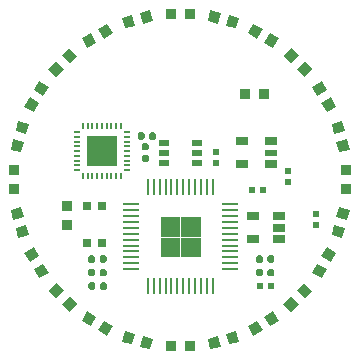
<source format=gbr>
%TF.GenerationSoftware,KiCad,Pcbnew,(5.1.6)-1*%
%TF.CreationDate,2023-04-02T22:45:57-07:00*%
%TF.ProjectId,Watch,57617463-682e-46b6-9963-61645f706362,rev?*%
%TF.SameCoordinates,Original*%
%TF.FileFunction,Paste,Top*%
%TF.FilePolarity,Positive*%
%FSLAX46Y46*%
G04 Gerber Fmt 4.6, Leading zero omitted, Abs format (unit mm)*
G04 Created by KiCad (PCBNEW (5.1.6)-1) date 2023-04-02 22:45:57*
%MOMM*%
%LPD*%
G01*
G04 APERTURE LIST*
%ADD10C,0.100000*%
%ADD11R,0.279400X1.346200*%
%ADD12R,1.346200X0.279400*%
%ADD13R,0.890000X0.550000*%
%ADD14R,0.900000X0.950000*%
%ADD15R,0.950000X0.900000*%
%ADD16R,2.650000X2.650000*%
%ADD17R,0.550000X0.200000*%
%ADD18R,0.200000X0.550000*%
%ADD19R,0.800000X0.800000*%
%ADD20R,1.000000X0.800000*%
%ADD21R,1.000000X0.600000*%
%ADD22R,0.600000X0.620000*%
%ADD23R,0.620000X0.600000*%
%ADD24R,1.060000X0.650000*%
G04 APERTURE END LIST*
D10*
%TO.C,U101*%
G36*
X144177400Y-91438400D02*
G01*
X144177400Y-92991000D01*
X145730000Y-92991000D01*
X145730000Y-91438400D01*
X144177400Y-91438400D01*
G37*
X144177400Y-91438400D02*
X144177400Y-92991000D01*
X145730000Y-92991000D01*
X145730000Y-91438400D01*
X144177400Y-91438400D01*
G36*
X144177400Y-93191000D02*
G01*
X144177400Y-94743600D01*
X145730000Y-94743600D01*
X145730000Y-93191000D01*
X144177400Y-93191000D01*
G37*
X144177400Y-93191000D02*
X144177400Y-94743600D01*
X145730000Y-94743600D01*
X145730000Y-93191000D01*
X144177400Y-93191000D01*
G36*
X145930000Y-91438400D02*
G01*
X145930000Y-92991000D01*
X147482600Y-92991000D01*
X147482600Y-91438400D01*
X145930000Y-91438400D01*
G37*
X145930000Y-91438400D02*
X145930000Y-92991000D01*
X147482600Y-92991000D01*
X147482600Y-91438400D01*
X145930000Y-91438400D01*
G36*
X145930000Y-93191000D02*
G01*
X145930000Y-94743600D01*
X147482600Y-94743600D01*
X147482600Y-93191000D01*
X145930000Y-93191000D01*
G37*
X145930000Y-93191000D02*
X145930000Y-94743600D01*
X147482600Y-94743600D01*
X147482600Y-93191000D01*
X145930000Y-93191000D01*
%TD*%
%TO.C,LED211*%
G36*
X149930785Y-102217043D02*
G01*
X149684907Y-101299414D01*
X150554241Y-101066477D01*
X150800119Y-101984106D01*
X149930785Y-102217043D01*
G37*
G36*
X148385303Y-102631153D02*
G01*
X148139425Y-101713524D01*
X149008759Y-101480587D01*
X149254637Y-102398216D01*
X148385303Y-102631153D01*
G37*
%TD*%
D11*
%TO.C,U101*%
X143080000Y-88912700D03*
X143579999Y-88912700D03*
X144080001Y-88912700D03*
X144580000Y-88912700D03*
X145079999Y-88912700D03*
X145580000Y-88912700D03*
X146080000Y-88912700D03*
X146580001Y-88912700D03*
X147080000Y-88912700D03*
X147579999Y-88912700D03*
X148080001Y-88912700D03*
X148580000Y-88912700D03*
D12*
X150008300Y-90341000D03*
X150008300Y-90840999D03*
X150008300Y-91341001D03*
X150008300Y-91841000D03*
X150008300Y-92340999D03*
X150008300Y-92841000D03*
X150008300Y-93341000D03*
X150008300Y-93841001D03*
X150008300Y-94341000D03*
X150008300Y-94840999D03*
X150008300Y-95341001D03*
X150008300Y-95841000D03*
D11*
X148580000Y-97269300D03*
X148080001Y-97269300D03*
X147579999Y-97269300D03*
X147080000Y-97269300D03*
X146580001Y-97269300D03*
X146080000Y-97269300D03*
X145580000Y-97269300D03*
X145079999Y-97269300D03*
X144580000Y-97269300D03*
X144080001Y-97269300D03*
X143579999Y-97269300D03*
X143080000Y-97269300D03*
D12*
X141651700Y-95841000D03*
X141651700Y-95341001D03*
X141651700Y-94840999D03*
X141651700Y-94341000D03*
X141651700Y-93841001D03*
X141651700Y-93341000D03*
X141651700Y-92841000D03*
X141651700Y-92340999D03*
X141651700Y-91841000D03*
X141651700Y-91341001D03*
X141651700Y-90840999D03*
X141651700Y-90341000D03*
%TD*%
D10*
%TO.C,LED223*%
G36*
X141729215Y-74312957D02*
G01*
X141975093Y-75230586D01*
X141105759Y-75463523D01*
X140859881Y-74545894D01*
X141729215Y-74312957D01*
G37*
G36*
X143274697Y-73898847D02*
G01*
X143520575Y-74816476D01*
X142651241Y-75049413D01*
X142405363Y-74131784D01*
X143274697Y-73898847D01*
G37*
%TD*%
D13*
%TO.C,LED225*%
X147225000Y-86829000D03*
X144435000Y-86829000D03*
X147225000Y-85979000D03*
X144435000Y-85979000D03*
X147225000Y-85129000D03*
X144435000Y-85129000D03*
%TD*%
D14*
%TO.C,LED224*%
X145030000Y-74202000D03*
X146630000Y-74202000D03*
%TD*%
D10*
%TO.C,LED222*%
G36*
X138257891Y-75849723D02*
G01*
X138732891Y-76672447D01*
X137953469Y-77122447D01*
X137478469Y-76299723D01*
X138257891Y-75849723D01*
G37*
G36*
X139643531Y-75049723D02*
G01*
X140118531Y-75872447D01*
X139339109Y-76322447D01*
X138864109Y-75499723D01*
X139643531Y-75049723D01*
G37*
%TD*%
%TO.C,LED221*%
G36*
X135302594Y-78232568D02*
G01*
X135974346Y-78904320D01*
X135337950Y-79540716D01*
X134666198Y-78868964D01*
X135302594Y-78232568D01*
G37*
G36*
X136433964Y-77101198D02*
G01*
X137105716Y-77772950D01*
X136469320Y-78409346D01*
X135797568Y-77737594D01*
X136433964Y-77101198D01*
G37*
%TD*%
%TO.C,LED220*%
G36*
X133064723Y-81299109D02*
G01*
X133887447Y-81774109D01*
X133437447Y-82553531D01*
X132614723Y-82078531D01*
X133064723Y-81299109D01*
G37*
G36*
X133864723Y-79913469D02*
G01*
X134687447Y-80388469D01*
X134237447Y-81167891D01*
X133414723Y-80692891D01*
X133864723Y-79913469D01*
G37*
%TD*%
%TO.C,LED219*%
G36*
X131696784Y-84840363D02*
G01*
X132614413Y-85086241D01*
X132381476Y-85955575D01*
X131463847Y-85709697D01*
X131696784Y-84840363D01*
G37*
G36*
X132110894Y-83294881D02*
G01*
X133028523Y-83540759D01*
X132795586Y-84410093D01*
X131877957Y-84164215D01*
X132110894Y-83294881D01*
G37*
%TD*%
D15*
%TO.C,LED218*%
X131767000Y-89065000D03*
X131767000Y-87465000D03*
%TD*%
D10*
%TO.C,LED217*%
G36*
X131877957Y-92365785D02*
G01*
X132795586Y-92119907D01*
X133028523Y-92989241D01*
X132110894Y-93235119D01*
X131877957Y-92365785D01*
G37*
G36*
X131463847Y-90820303D02*
G01*
X132381476Y-90574425D01*
X132614413Y-91443759D01*
X131696784Y-91689637D01*
X131463847Y-90820303D01*
G37*
%TD*%
%TO.C,LED216*%
G36*
X133414723Y-95837109D02*
G01*
X134237447Y-95362109D01*
X134687447Y-96141531D01*
X133864723Y-96616531D01*
X133414723Y-95837109D01*
G37*
G36*
X132614723Y-94451469D02*
G01*
X133437447Y-93976469D01*
X133887447Y-94755891D01*
X133064723Y-95230891D01*
X132614723Y-94451469D01*
G37*
%TD*%
%TO.C,LED215*%
G36*
X135797568Y-98792406D02*
G01*
X136469320Y-98120654D01*
X137105716Y-98757050D01*
X136433964Y-99428802D01*
X135797568Y-98792406D01*
G37*
G36*
X134666198Y-97661036D02*
G01*
X135337950Y-96989284D01*
X135974346Y-97625680D01*
X135302594Y-98297432D01*
X134666198Y-97661036D01*
G37*
%TD*%
%TO.C,LED214*%
G36*
X138864109Y-101030277D02*
G01*
X139339109Y-100207553D01*
X140118531Y-100657553D01*
X139643531Y-101480277D01*
X138864109Y-101030277D01*
G37*
G36*
X137478469Y-100230277D02*
G01*
X137953469Y-99407553D01*
X138732891Y-99857553D01*
X138257891Y-100680277D01*
X137478469Y-100230277D01*
G37*
%TD*%
%TO.C,LED213*%
G36*
X142405363Y-102398216D02*
G01*
X142651241Y-101480587D01*
X143520575Y-101713524D01*
X143274697Y-102631153D01*
X142405363Y-102398216D01*
G37*
G36*
X140859881Y-101984106D02*
G01*
X141105759Y-101066477D01*
X141975093Y-101299414D01*
X141729215Y-102217043D01*
X140859881Y-101984106D01*
G37*
%TD*%
D14*
%TO.C,LED212*%
X146630000Y-102328000D03*
X145030000Y-102328000D03*
%TD*%
D10*
%TO.C,LED210*%
G36*
X153402109Y-100680277D02*
G01*
X152927109Y-99857553D01*
X153706531Y-99407553D01*
X154181531Y-100230277D01*
X153402109Y-100680277D01*
G37*
G36*
X152016469Y-101480277D02*
G01*
X151541469Y-100657553D01*
X152320891Y-100207553D01*
X152795891Y-101030277D01*
X152016469Y-101480277D01*
G37*
%TD*%
%TO.C,LED209*%
G36*
X156357406Y-98297432D02*
G01*
X155685654Y-97625680D01*
X156322050Y-96989284D01*
X156993802Y-97661036D01*
X156357406Y-98297432D01*
G37*
G36*
X155226036Y-99428802D02*
G01*
X154554284Y-98757050D01*
X155190680Y-98120654D01*
X155862432Y-98792406D01*
X155226036Y-99428802D01*
G37*
%TD*%
%TO.C,LED208*%
G36*
X158595277Y-95230891D02*
G01*
X157772553Y-94755891D01*
X158222553Y-93976469D01*
X159045277Y-94451469D01*
X158595277Y-95230891D01*
G37*
G36*
X157795277Y-96616531D02*
G01*
X156972553Y-96141531D01*
X157422553Y-95362109D01*
X158245277Y-95837109D01*
X157795277Y-96616531D01*
G37*
%TD*%
%TO.C,LED207*%
G36*
X159963216Y-91689637D02*
G01*
X159045587Y-91443759D01*
X159278524Y-90574425D01*
X160196153Y-90820303D01*
X159963216Y-91689637D01*
G37*
G36*
X159549106Y-93235119D02*
G01*
X158631477Y-92989241D01*
X158864414Y-92119907D01*
X159782043Y-92365785D01*
X159549106Y-93235119D01*
G37*
%TD*%
D15*
%TO.C,LED206*%
X159893000Y-87465000D03*
X159893000Y-89065000D03*
%TD*%
D10*
%TO.C,LED205*%
G36*
X159782043Y-84164215D02*
G01*
X158864414Y-84410093D01*
X158631477Y-83540759D01*
X159549106Y-83294881D01*
X159782043Y-84164215D01*
G37*
G36*
X160196153Y-85709697D02*
G01*
X159278524Y-85955575D01*
X159045587Y-85086241D01*
X159963216Y-84840363D01*
X160196153Y-85709697D01*
G37*
%TD*%
%TO.C,LED204*%
G36*
X158245277Y-80692891D02*
G01*
X157422553Y-81167891D01*
X156972553Y-80388469D01*
X157795277Y-79913469D01*
X158245277Y-80692891D01*
G37*
G36*
X159045277Y-82078531D02*
G01*
X158222553Y-82553531D01*
X157772553Y-81774109D01*
X158595277Y-81299109D01*
X159045277Y-82078531D01*
G37*
%TD*%
%TO.C,LED203*%
G36*
X155862432Y-77737594D02*
G01*
X155190680Y-78409346D01*
X154554284Y-77772950D01*
X155226036Y-77101198D01*
X155862432Y-77737594D01*
G37*
G36*
X156993802Y-78868964D02*
G01*
X156322050Y-79540716D01*
X155685654Y-78904320D01*
X156357406Y-78232568D01*
X156993802Y-78868964D01*
G37*
%TD*%
%TO.C,LED202*%
G36*
X152795891Y-75499723D02*
G01*
X152320891Y-76322447D01*
X151541469Y-75872447D01*
X152016469Y-75049723D01*
X152795891Y-75499723D01*
G37*
G36*
X154181531Y-76299723D02*
G01*
X153706531Y-77122447D01*
X152927109Y-76672447D01*
X153402109Y-75849723D01*
X154181531Y-76299723D01*
G37*
%TD*%
%TO.C,LED201*%
G36*
X149254637Y-74131784D02*
G01*
X149008759Y-75049413D01*
X148139425Y-74816476D01*
X148385303Y-73898847D01*
X149254637Y-74131784D01*
G37*
G36*
X150800119Y-74545894D02*
G01*
X150554241Y-75463523D01*
X149684907Y-75230586D01*
X149930785Y-74312957D01*
X150800119Y-74545894D01*
G37*
%TD*%
D15*
%TO.C,LED102*%
X136271000Y-90513000D03*
X136271000Y-92113000D03*
%TD*%
D14*
%TO.C,LED101*%
X152908000Y-81026000D03*
X151308000Y-81026000D03*
%TD*%
D16*
%TO.C,IC201*%
X139192000Y-85852000D03*
D17*
X141292000Y-84252000D03*
X141292000Y-84652000D03*
X141292000Y-85052000D03*
X141292000Y-85452000D03*
X141292000Y-85852000D03*
X141292000Y-86252000D03*
X141292000Y-86652000D03*
X141292000Y-87052000D03*
X141292000Y-87452000D03*
D18*
X140792000Y-87952000D03*
X140392000Y-87952000D03*
X139992000Y-87952000D03*
X139592000Y-87952000D03*
X139192000Y-87952000D03*
X138792000Y-87952000D03*
X138392000Y-87952000D03*
X137992000Y-87952000D03*
X137592000Y-87952000D03*
D17*
X137092000Y-87452000D03*
X137092000Y-87052000D03*
X137092000Y-86652000D03*
X137092000Y-86252000D03*
X137092000Y-85852000D03*
X137092000Y-85452000D03*
X137092000Y-85052000D03*
X137092000Y-84652000D03*
X137092000Y-84252000D03*
D18*
X137592000Y-83752000D03*
X137992000Y-83752000D03*
X138392000Y-83752000D03*
X138792000Y-83752000D03*
X139192000Y-83752000D03*
X139592000Y-83752000D03*
X139992000Y-83752000D03*
X140392000Y-83752000D03*
X140792000Y-83752000D03*
%TD*%
D19*
%TO.C,IC103*%
X139207000Y-93625000D03*
X137907000Y-93625000D03*
X137907000Y-90525000D03*
X139207000Y-90525000D03*
%TD*%
D20*
%TO.C,IC101*%
X151073000Y-86929000D03*
X151073000Y-85029000D03*
X153473000Y-85029000D03*
D21*
X153473000Y-85979000D03*
D20*
X153473000Y-86929000D03*
%TD*%
D22*
%TO.C,C107*%
X152552000Y-97282000D03*
X153472000Y-97282000D03*
%TD*%
D23*
%TO.C,C104*%
X148844000Y-86820000D03*
X148844000Y-85900000D03*
%TD*%
%TO.C,C103*%
X154940000Y-88471000D03*
X154940000Y-87551000D03*
%TD*%
%TO.C,C102*%
X157353000Y-91155000D03*
X157353000Y-92075000D03*
%TD*%
D22*
%TO.C,C101*%
X152860000Y-89154000D03*
X151940000Y-89154000D03*
%TD*%
%TO.C,R204*%
G36*
G01*
X143047500Y-85789000D02*
X142702500Y-85789000D01*
G75*
G02*
X142555000Y-85641500I0J147500D01*
G01*
X142555000Y-85346500D01*
G75*
G02*
X142702500Y-85199000I147500J0D01*
G01*
X143047500Y-85199000D01*
G75*
G02*
X143195000Y-85346500I0J-147500D01*
G01*
X143195000Y-85641500D01*
G75*
G02*
X143047500Y-85789000I-147500J0D01*
G01*
G37*
G36*
G01*
X143047500Y-86759000D02*
X142702500Y-86759000D01*
G75*
G02*
X142555000Y-86611500I0J147500D01*
G01*
X142555000Y-86316500D01*
G75*
G02*
X142702500Y-86169000I147500J0D01*
G01*
X143047500Y-86169000D01*
G75*
G02*
X143195000Y-86316500I0J-147500D01*
G01*
X143195000Y-86611500D01*
G75*
G02*
X143047500Y-86759000I-147500J0D01*
G01*
G37*
%TD*%
%TO.C,R114*%
G36*
G01*
X139024000Y-97454500D02*
X139024000Y-97109500D01*
G75*
G02*
X139171500Y-96962000I147500J0D01*
G01*
X139466500Y-96962000D01*
G75*
G02*
X139614000Y-97109500I0J-147500D01*
G01*
X139614000Y-97454500D01*
G75*
G02*
X139466500Y-97602000I-147500J0D01*
G01*
X139171500Y-97602000D01*
G75*
G02*
X139024000Y-97454500I0J147500D01*
G01*
G37*
G36*
G01*
X138054000Y-97454500D02*
X138054000Y-97109500D01*
G75*
G02*
X138201500Y-96962000I147500J0D01*
G01*
X138496500Y-96962000D01*
G75*
G02*
X138644000Y-97109500I0J-147500D01*
G01*
X138644000Y-97454500D01*
G75*
G02*
X138496500Y-97602000I-147500J0D01*
G01*
X138201500Y-97602000D01*
G75*
G02*
X138054000Y-97454500I0J147500D01*
G01*
G37*
%TD*%
%TO.C,R113*%
G36*
G01*
X138621000Y-95966500D02*
X138621000Y-96311500D01*
G75*
G02*
X138473500Y-96459000I-147500J0D01*
G01*
X138178500Y-96459000D01*
G75*
G02*
X138031000Y-96311500I0J147500D01*
G01*
X138031000Y-95966500D01*
G75*
G02*
X138178500Y-95819000I147500J0D01*
G01*
X138473500Y-95819000D01*
G75*
G02*
X138621000Y-95966500I0J-147500D01*
G01*
G37*
G36*
G01*
X139591000Y-95966500D02*
X139591000Y-96311500D01*
G75*
G02*
X139443500Y-96459000I-147500J0D01*
G01*
X139148500Y-96459000D01*
G75*
G02*
X139001000Y-96311500I0J147500D01*
G01*
X139001000Y-95966500D01*
G75*
G02*
X139148500Y-95819000I147500J0D01*
G01*
X139443500Y-95819000D01*
G75*
G02*
X139591000Y-95966500I0J-147500D01*
G01*
G37*
%TD*%
%TO.C,R106*%
G36*
G01*
X139001000Y-95168500D02*
X139001000Y-94823500D01*
G75*
G02*
X139148500Y-94676000I147500J0D01*
G01*
X139443500Y-94676000D01*
G75*
G02*
X139591000Y-94823500I0J-147500D01*
G01*
X139591000Y-95168500D01*
G75*
G02*
X139443500Y-95316000I-147500J0D01*
G01*
X139148500Y-95316000D01*
G75*
G02*
X139001000Y-95168500I0J147500D01*
G01*
G37*
G36*
G01*
X138031000Y-95168500D02*
X138031000Y-94823500D01*
G75*
G02*
X138178500Y-94676000I147500J0D01*
G01*
X138473500Y-94676000D01*
G75*
G02*
X138621000Y-94823500I0J-147500D01*
G01*
X138621000Y-95168500D01*
G75*
G02*
X138473500Y-95316000I-147500J0D01*
G01*
X138178500Y-95316000D01*
G75*
G02*
X138031000Y-95168500I0J147500D01*
G01*
G37*
%TD*%
%TO.C,R103*%
G36*
G01*
X142812000Y-84409500D02*
X142812000Y-84754500D01*
G75*
G02*
X142664500Y-84902000I-147500J0D01*
G01*
X142369500Y-84902000D01*
G75*
G02*
X142222000Y-84754500I0J147500D01*
G01*
X142222000Y-84409500D01*
G75*
G02*
X142369500Y-84262000I147500J0D01*
G01*
X142664500Y-84262000D01*
G75*
G02*
X142812000Y-84409500I0J-147500D01*
G01*
G37*
G36*
G01*
X143782000Y-84409500D02*
X143782000Y-84754500D01*
G75*
G02*
X143634500Y-84902000I-147500J0D01*
G01*
X143339500Y-84902000D01*
G75*
G02*
X143192000Y-84754500I0J147500D01*
G01*
X143192000Y-84409500D01*
G75*
G02*
X143339500Y-84262000I147500J0D01*
G01*
X143634500Y-84262000D01*
G75*
G02*
X143782000Y-84409500I0J-147500D01*
G01*
G37*
%TD*%
%TO.C,R102*%
G36*
G01*
X153202000Y-95168500D02*
X153202000Y-94823500D01*
G75*
G02*
X153349500Y-94676000I147500J0D01*
G01*
X153644500Y-94676000D01*
G75*
G02*
X153792000Y-94823500I0J-147500D01*
G01*
X153792000Y-95168500D01*
G75*
G02*
X153644500Y-95316000I-147500J0D01*
G01*
X153349500Y-95316000D01*
G75*
G02*
X153202000Y-95168500I0J147500D01*
G01*
G37*
G36*
G01*
X152232000Y-95168500D02*
X152232000Y-94823500D01*
G75*
G02*
X152379500Y-94676000I147500J0D01*
G01*
X152674500Y-94676000D01*
G75*
G02*
X152822000Y-94823500I0J-147500D01*
G01*
X152822000Y-95168500D01*
G75*
G02*
X152674500Y-95316000I-147500J0D01*
G01*
X152379500Y-95316000D01*
G75*
G02*
X152232000Y-95168500I0J147500D01*
G01*
G37*
%TD*%
%TO.C,R101*%
G36*
G01*
X153202000Y-96311500D02*
X153202000Y-95966500D01*
G75*
G02*
X153349500Y-95819000I147500J0D01*
G01*
X153644500Y-95819000D01*
G75*
G02*
X153792000Y-95966500I0J-147500D01*
G01*
X153792000Y-96311500D01*
G75*
G02*
X153644500Y-96459000I-147500J0D01*
G01*
X153349500Y-96459000D01*
G75*
G02*
X153202000Y-96311500I0J147500D01*
G01*
G37*
G36*
G01*
X152232000Y-96311500D02*
X152232000Y-95966500D01*
G75*
G02*
X152379500Y-95819000I147500J0D01*
G01*
X152674500Y-95819000D01*
G75*
G02*
X152822000Y-95966500I0J-147500D01*
G01*
X152822000Y-96311500D01*
G75*
G02*
X152674500Y-96459000I-147500J0D01*
G01*
X152379500Y-96459000D01*
G75*
G02*
X152232000Y-96311500I0J147500D01*
G01*
G37*
%TD*%
D24*
%TO.C,U102*%
X151978000Y-93279000D03*
X151978000Y-91379000D03*
X154178000Y-91379000D03*
X154178000Y-92329000D03*
X154178000Y-93279000D03*
%TD*%
M02*

</source>
